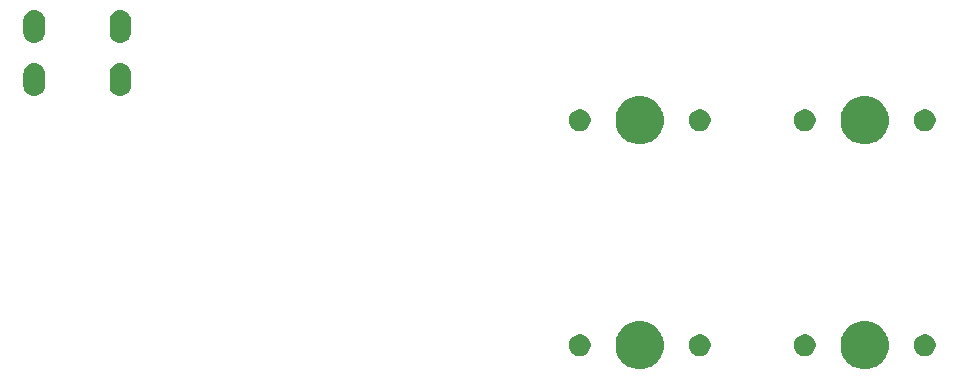
<source format=gts>
G04 #@! TF.GenerationSoftware,KiCad,Pcbnew,(5.1.4)-1*
G04 #@! TF.CreationDate,2023-09-10T14:26:21-07:00*
G04 #@! TF.ProjectId,KeyboardPCBProj,4b657962-6f61-4726-9450-434250726f6a,rev?*
G04 #@! TF.SameCoordinates,Original*
G04 #@! TF.FileFunction,Soldermask,Top*
G04 #@! TF.FilePolarity,Negative*
%FSLAX46Y46*%
G04 Gerber Fmt 4.6, Leading zero omitted, Abs format (unit mm)*
G04 Created by KiCad (PCBNEW (5.1.4)-1) date 2023-09-10 14:26:21*
%MOMM*%
%LPD*%
G04 APERTURE LIST*
%ADD10C,0.100000*%
G04 APERTURE END LIST*
D10*
G36*
X137121474Y-47246184D02*
G01*
X137339474Y-47336483D01*
X137493623Y-47400333D01*
X137828548Y-47624123D01*
X138113377Y-47908952D01*
X138337167Y-48243877D01*
X138369562Y-48322086D01*
X138491316Y-48616026D01*
X138569900Y-49011094D01*
X138569900Y-49413906D01*
X138491316Y-49808974D01*
X138440451Y-49931772D01*
X138337167Y-50181123D01*
X138113377Y-50516048D01*
X137828548Y-50800877D01*
X137493623Y-51024667D01*
X137339474Y-51088517D01*
X137121474Y-51178816D01*
X136726406Y-51257400D01*
X136323594Y-51257400D01*
X135928526Y-51178816D01*
X135710526Y-51088517D01*
X135556377Y-51024667D01*
X135221452Y-50800877D01*
X134936623Y-50516048D01*
X134712833Y-50181123D01*
X134609549Y-49931772D01*
X134558684Y-49808974D01*
X134480100Y-49413906D01*
X134480100Y-49011094D01*
X134558684Y-48616026D01*
X134680438Y-48322086D01*
X134712833Y-48243877D01*
X134936623Y-47908952D01*
X135221452Y-47624123D01*
X135556377Y-47400333D01*
X135710526Y-47336483D01*
X135928526Y-47246184D01*
X136323594Y-47167600D01*
X136726406Y-47167600D01*
X137121474Y-47246184D01*
X137121474Y-47246184D01*
G37*
G36*
X156171474Y-47246184D02*
G01*
X156389474Y-47336483D01*
X156543623Y-47400333D01*
X156878548Y-47624123D01*
X157163377Y-47908952D01*
X157387167Y-48243877D01*
X157419562Y-48322086D01*
X157541316Y-48616026D01*
X157619900Y-49011094D01*
X157619900Y-49413906D01*
X157541316Y-49808974D01*
X157490451Y-49931772D01*
X157387167Y-50181123D01*
X157163377Y-50516048D01*
X156878548Y-50800877D01*
X156543623Y-51024667D01*
X156389474Y-51088517D01*
X156171474Y-51178816D01*
X155776406Y-51257400D01*
X155373594Y-51257400D01*
X154978526Y-51178816D01*
X154760526Y-51088517D01*
X154606377Y-51024667D01*
X154271452Y-50800877D01*
X153986623Y-50516048D01*
X153762833Y-50181123D01*
X153659549Y-49931772D01*
X153608684Y-49808974D01*
X153530100Y-49413906D01*
X153530100Y-49011094D01*
X153608684Y-48616026D01*
X153730438Y-48322086D01*
X153762833Y-48243877D01*
X153986623Y-47908952D01*
X154271452Y-47624123D01*
X154606377Y-47400333D01*
X154760526Y-47336483D01*
X154978526Y-47246184D01*
X155373594Y-47167600D01*
X155776406Y-47167600D01*
X156171474Y-47246184D01*
X156171474Y-47246184D01*
G37*
G36*
X160925104Y-48322085D02*
G01*
X161093626Y-48391889D01*
X161245291Y-48493228D01*
X161374272Y-48622209D01*
X161475611Y-48773874D01*
X161545415Y-48942396D01*
X161581000Y-49121297D01*
X161581000Y-49303703D01*
X161545415Y-49482604D01*
X161475611Y-49651126D01*
X161374272Y-49802791D01*
X161245291Y-49931772D01*
X161093626Y-50033111D01*
X160925104Y-50102915D01*
X160746203Y-50138500D01*
X160563797Y-50138500D01*
X160384896Y-50102915D01*
X160216374Y-50033111D01*
X160064709Y-49931772D01*
X159935728Y-49802791D01*
X159834389Y-49651126D01*
X159764585Y-49482604D01*
X159729000Y-49303703D01*
X159729000Y-49121297D01*
X159764585Y-48942396D01*
X159834389Y-48773874D01*
X159935728Y-48622209D01*
X160064709Y-48493228D01*
X160216374Y-48391889D01*
X160384896Y-48322085D01*
X160563797Y-48286500D01*
X160746203Y-48286500D01*
X160925104Y-48322085D01*
X160925104Y-48322085D01*
G37*
G36*
X150765104Y-48322085D02*
G01*
X150933626Y-48391889D01*
X151085291Y-48493228D01*
X151214272Y-48622209D01*
X151315611Y-48773874D01*
X151385415Y-48942396D01*
X151421000Y-49121297D01*
X151421000Y-49303703D01*
X151385415Y-49482604D01*
X151315611Y-49651126D01*
X151214272Y-49802791D01*
X151085291Y-49931772D01*
X150933626Y-50033111D01*
X150765104Y-50102915D01*
X150586203Y-50138500D01*
X150403797Y-50138500D01*
X150224896Y-50102915D01*
X150056374Y-50033111D01*
X149904709Y-49931772D01*
X149775728Y-49802791D01*
X149674389Y-49651126D01*
X149604585Y-49482604D01*
X149569000Y-49303703D01*
X149569000Y-49121297D01*
X149604585Y-48942396D01*
X149674389Y-48773874D01*
X149775728Y-48622209D01*
X149904709Y-48493228D01*
X150056374Y-48391889D01*
X150224896Y-48322085D01*
X150403797Y-48286500D01*
X150586203Y-48286500D01*
X150765104Y-48322085D01*
X150765104Y-48322085D01*
G37*
G36*
X141875104Y-48322085D02*
G01*
X142043626Y-48391889D01*
X142195291Y-48493228D01*
X142324272Y-48622209D01*
X142425611Y-48773874D01*
X142495415Y-48942396D01*
X142531000Y-49121297D01*
X142531000Y-49303703D01*
X142495415Y-49482604D01*
X142425611Y-49651126D01*
X142324272Y-49802791D01*
X142195291Y-49931772D01*
X142043626Y-50033111D01*
X141875104Y-50102915D01*
X141696203Y-50138500D01*
X141513797Y-50138500D01*
X141334896Y-50102915D01*
X141166374Y-50033111D01*
X141014709Y-49931772D01*
X140885728Y-49802791D01*
X140784389Y-49651126D01*
X140714585Y-49482604D01*
X140679000Y-49303703D01*
X140679000Y-49121297D01*
X140714585Y-48942396D01*
X140784389Y-48773874D01*
X140885728Y-48622209D01*
X141014709Y-48493228D01*
X141166374Y-48391889D01*
X141334896Y-48322085D01*
X141513797Y-48286500D01*
X141696203Y-48286500D01*
X141875104Y-48322085D01*
X141875104Y-48322085D01*
G37*
G36*
X131715104Y-48322085D02*
G01*
X131883626Y-48391889D01*
X132035291Y-48493228D01*
X132164272Y-48622209D01*
X132265611Y-48773874D01*
X132335415Y-48942396D01*
X132371000Y-49121297D01*
X132371000Y-49303703D01*
X132335415Y-49482604D01*
X132265611Y-49651126D01*
X132164272Y-49802791D01*
X132035291Y-49931772D01*
X131883626Y-50033111D01*
X131715104Y-50102915D01*
X131536203Y-50138500D01*
X131353797Y-50138500D01*
X131174896Y-50102915D01*
X131006374Y-50033111D01*
X130854709Y-49931772D01*
X130725728Y-49802791D01*
X130624389Y-49651126D01*
X130554585Y-49482604D01*
X130519000Y-49303703D01*
X130519000Y-49121297D01*
X130554585Y-48942396D01*
X130624389Y-48773874D01*
X130725728Y-48622209D01*
X130854709Y-48493228D01*
X131006374Y-48391889D01*
X131174896Y-48322085D01*
X131353797Y-48286500D01*
X131536203Y-48286500D01*
X131715104Y-48322085D01*
X131715104Y-48322085D01*
G37*
G36*
X137121474Y-28196184D02*
G01*
X137339474Y-28286483D01*
X137493623Y-28350333D01*
X137828548Y-28574123D01*
X138113377Y-28858952D01*
X138337167Y-29193877D01*
X138369562Y-29272086D01*
X138491316Y-29566026D01*
X138569900Y-29961094D01*
X138569900Y-30363906D01*
X138491316Y-30758974D01*
X138440451Y-30881772D01*
X138337167Y-31131123D01*
X138113377Y-31466048D01*
X137828548Y-31750877D01*
X137493623Y-31974667D01*
X137339474Y-32038517D01*
X137121474Y-32128816D01*
X136726406Y-32207400D01*
X136323594Y-32207400D01*
X135928526Y-32128816D01*
X135710526Y-32038517D01*
X135556377Y-31974667D01*
X135221452Y-31750877D01*
X134936623Y-31466048D01*
X134712833Y-31131123D01*
X134609549Y-30881772D01*
X134558684Y-30758974D01*
X134480100Y-30363906D01*
X134480100Y-29961094D01*
X134558684Y-29566026D01*
X134680438Y-29272086D01*
X134712833Y-29193877D01*
X134936623Y-28858952D01*
X135221452Y-28574123D01*
X135556377Y-28350333D01*
X135710526Y-28286483D01*
X135928526Y-28196184D01*
X136323594Y-28117600D01*
X136726406Y-28117600D01*
X137121474Y-28196184D01*
X137121474Y-28196184D01*
G37*
G36*
X156171474Y-28196184D02*
G01*
X156389474Y-28286483D01*
X156543623Y-28350333D01*
X156878548Y-28574123D01*
X157163377Y-28858952D01*
X157387167Y-29193877D01*
X157419562Y-29272086D01*
X157541316Y-29566026D01*
X157619900Y-29961094D01*
X157619900Y-30363906D01*
X157541316Y-30758974D01*
X157490451Y-30881772D01*
X157387167Y-31131123D01*
X157163377Y-31466048D01*
X156878548Y-31750877D01*
X156543623Y-31974667D01*
X156389474Y-32038517D01*
X156171474Y-32128816D01*
X155776406Y-32207400D01*
X155373594Y-32207400D01*
X154978526Y-32128816D01*
X154760526Y-32038517D01*
X154606377Y-31974667D01*
X154271452Y-31750877D01*
X153986623Y-31466048D01*
X153762833Y-31131123D01*
X153659549Y-30881772D01*
X153608684Y-30758974D01*
X153530100Y-30363906D01*
X153530100Y-29961094D01*
X153608684Y-29566026D01*
X153730438Y-29272086D01*
X153762833Y-29193877D01*
X153986623Y-28858952D01*
X154271452Y-28574123D01*
X154606377Y-28350333D01*
X154760526Y-28286483D01*
X154978526Y-28196184D01*
X155373594Y-28117600D01*
X155776406Y-28117600D01*
X156171474Y-28196184D01*
X156171474Y-28196184D01*
G37*
G36*
X141875104Y-29272085D02*
G01*
X142043626Y-29341889D01*
X142195291Y-29443228D01*
X142324272Y-29572209D01*
X142425611Y-29723874D01*
X142495415Y-29892396D01*
X142531000Y-30071297D01*
X142531000Y-30253703D01*
X142495415Y-30432604D01*
X142425611Y-30601126D01*
X142324272Y-30752791D01*
X142195291Y-30881772D01*
X142043626Y-30983111D01*
X141875104Y-31052915D01*
X141696203Y-31088500D01*
X141513797Y-31088500D01*
X141334896Y-31052915D01*
X141166374Y-30983111D01*
X141014709Y-30881772D01*
X140885728Y-30752791D01*
X140784389Y-30601126D01*
X140714585Y-30432604D01*
X140679000Y-30253703D01*
X140679000Y-30071297D01*
X140714585Y-29892396D01*
X140784389Y-29723874D01*
X140885728Y-29572209D01*
X141014709Y-29443228D01*
X141166374Y-29341889D01*
X141334896Y-29272085D01*
X141513797Y-29236500D01*
X141696203Y-29236500D01*
X141875104Y-29272085D01*
X141875104Y-29272085D01*
G37*
G36*
X131715104Y-29272085D02*
G01*
X131883626Y-29341889D01*
X132035291Y-29443228D01*
X132164272Y-29572209D01*
X132265611Y-29723874D01*
X132335415Y-29892396D01*
X132371000Y-30071297D01*
X132371000Y-30253703D01*
X132335415Y-30432604D01*
X132265611Y-30601126D01*
X132164272Y-30752791D01*
X132035291Y-30881772D01*
X131883626Y-30983111D01*
X131715104Y-31052915D01*
X131536203Y-31088500D01*
X131353797Y-31088500D01*
X131174896Y-31052915D01*
X131006374Y-30983111D01*
X130854709Y-30881772D01*
X130725728Y-30752791D01*
X130624389Y-30601126D01*
X130554585Y-30432604D01*
X130519000Y-30253703D01*
X130519000Y-30071297D01*
X130554585Y-29892396D01*
X130624389Y-29723874D01*
X130725728Y-29572209D01*
X130854709Y-29443228D01*
X131006374Y-29341889D01*
X131174896Y-29272085D01*
X131353797Y-29236500D01*
X131536203Y-29236500D01*
X131715104Y-29272085D01*
X131715104Y-29272085D01*
G37*
G36*
X150765104Y-29272085D02*
G01*
X150933626Y-29341889D01*
X151085291Y-29443228D01*
X151214272Y-29572209D01*
X151315611Y-29723874D01*
X151385415Y-29892396D01*
X151421000Y-30071297D01*
X151421000Y-30253703D01*
X151385415Y-30432604D01*
X151315611Y-30601126D01*
X151214272Y-30752791D01*
X151085291Y-30881772D01*
X150933626Y-30983111D01*
X150765104Y-31052915D01*
X150586203Y-31088500D01*
X150403797Y-31088500D01*
X150224896Y-31052915D01*
X150056374Y-30983111D01*
X149904709Y-30881772D01*
X149775728Y-30752791D01*
X149674389Y-30601126D01*
X149604585Y-30432604D01*
X149569000Y-30253703D01*
X149569000Y-30071297D01*
X149604585Y-29892396D01*
X149674389Y-29723874D01*
X149775728Y-29572209D01*
X149904709Y-29443228D01*
X150056374Y-29341889D01*
X150224896Y-29272085D01*
X150403797Y-29236500D01*
X150586203Y-29236500D01*
X150765104Y-29272085D01*
X150765104Y-29272085D01*
G37*
G36*
X160925104Y-29272085D02*
G01*
X161093626Y-29341889D01*
X161245291Y-29443228D01*
X161374272Y-29572209D01*
X161475611Y-29723874D01*
X161545415Y-29892396D01*
X161581000Y-30071297D01*
X161581000Y-30253703D01*
X161545415Y-30432604D01*
X161475611Y-30601126D01*
X161374272Y-30752791D01*
X161245291Y-30881772D01*
X161093626Y-30983111D01*
X160925104Y-31052915D01*
X160746203Y-31088500D01*
X160563797Y-31088500D01*
X160384896Y-31052915D01*
X160216374Y-30983111D01*
X160064709Y-30881772D01*
X159935728Y-30752791D01*
X159834389Y-30601126D01*
X159764585Y-30432604D01*
X159729000Y-30253703D01*
X159729000Y-30071297D01*
X159764585Y-29892396D01*
X159834389Y-29723874D01*
X159935728Y-29572209D01*
X160064709Y-29443228D01*
X160216374Y-29341889D01*
X160384896Y-29272085D01*
X160563797Y-29236500D01*
X160746203Y-29236500D01*
X160925104Y-29272085D01*
X160925104Y-29272085D01*
G37*
G36*
X85426627Y-25337037D02*
G01*
X85596466Y-25388557D01*
X85752991Y-25472222D01*
X85788729Y-25501552D01*
X85890186Y-25584814D01*
X85973448Y-25686271D01*
X86002778Y-25722009D01*
X86086443Y-25878534D01*
X86137963Y-26048373D01*
X86151000Y-26180742D01*
X86151000Y-27269258D01*
X86137963Y-27401627D01*
X86086443Y-27571466D01*
X86002778Y-27727991D01*
X85973448Y-27763729D01*
X85890186Y-27865186D01*
X85752989Y-27977779D01*
X85596467Y-28061442D01*
X85596465Y-28061443D01*
X85426626Y-28112963D01*
X85250000Y-28130359D01*
X85073373Y-28112963D01*
X84903534Y-28061443D01*
X84747009Y-27977778D01*
X84711271Y-27948448D01*
X84609814Y-27865186D01*
X84497221Y-27727989D01*
X84413558Y-27571467D01*
X84413557Y-27571465D01*
X84362037Y-27401626D01*
X84349000Y-27269257D01*
X84349001Y-26180742D01*
X84362038Y-26048373D01*
X84413558Y-25878534D01*
X84497223Y-25722009D01*
X84526553Y-25686271D01*
X84609815Y-25584814D01*
X84711272Y-25501552D01*
X84747010Y-25472222D01*
X84903535Y-25388557D01*
X85073374Y-25337037D01*
X85250000Y-25319641D01*
X85426627Y-25337037D01*
X85426627Y-25337037D01*
G37*
G36*
X92726627Y-25337037D02*
G01*
X92896466Y-25388557D01*
X93052991Y-25472222D01*
X93088729Y-25501552D01*
X93190186Y-25584814D01*
X93273448Y-25686271D01*
X93302778Y-25722009D01*
X93386443Y-25878534D01*
X93437963Y-26048373D01*
X93451000Y-26180742D01*
X93451000Y-27269258D01*
X93437963Y-27401627D01*
X93386443Y-27571466D01*
X93302778Y-27727991D01*
X93273448Y-27763729D01*
X93190186Y-27865186D01*
X93052989Y-27977779D01*
X92896467Y-28061442D01*
X92896465Y-28061443D01*
X92726626Y-28112963D01*
X92550000Y-28130359D01*
X92373373Y-28112963D01*
X92203534Y-28061443D01*
X92047009Y-27977778D01*
X92011271Y-27948448D01*
X91909814Y-27865186D01*
X91797221Y-27727989D01*
X91713558Y-27571467D01*
X91713557Y-27571465D01*
X91662037Y-27401626D01*
X91649000Y-27269257D01*
X91649001Y-26180742D01*
X91662038Y-26048373D01*
X91713558Y-25878534D01*
X91797223Y-25722009D01*
X91826553Y-25686271D01*
X91909815Y-25584814D01*
X92011272Y-25501552D01*
X92047010Y-25472222D01*
X92203535Y-25388557D01*
X92373374Y-25337037D01*
X92550000Y-25319641D01*
X92726627Y-25337037D01*
X92726627Y-25337037D01*
G37*
G36*
X85426627Y-20837037D02*
G01*
X85596466Y-20888557D01*
X85752991Y-20972222D01*
X85788729Y-21001552D01*
X85890186Y-21084814D01*
X85973448Y-21186271D01*
X86002778Y-21222009D01*
X86086443Y-21378534D01*
X86137963Y-21548373D01*
X86151000Y-21680742D01*
X86151000Y-22769258D01*
X86137963Y-22901627D01*
X86086443Y-23071466D01*
X86002778Y-23227991D01*
X85973448Y-23263729D01*
X85890186Y-23365186D01*
X85752989Y-23477779D01*
X85596467Y-23561442D01*
X85596465Y-23561443D01*
X85426626Y-23612963D01*
X85250000Y-23630359D01*
X85073373Y-23612963D01*
X84903534Y-23561443D01*
X84747009Y-23477778D01*
X84711271Y-23448448D01*
X84609814Y-23365186D01*
X84497221Y-23227989D01*
X84413558Y-23071467D01*
X84413557Y-23071465D01*
X84362037Y-22901626D01*
X84349000Y-22769257D01*
X84349001Y-21680742D01*
X84362038Y-21548373D01*
X84413558Y-21378534D01*
X84497223Y-21222009D01*
X84526553Y-21186271D01*
X84609815Y-21084814D01*
X84711272Y-21001552D01*
X84747010Y-20972222D01*
X84903535Y-20888557D01*
X85073374Y-20837037D01*
X85250000Y-20819641D01*
X85426627Y-20837037D01*
X85426627Y-20837037D01*
G37*
G36*
X92726627Y-20837037D02*
G01*
X92896466Y-20888557D01*
X93052991Y-20972222D01*
X93088729Y-21001552D01*
X93190186Y-21084814D01*
X93273448Y-21186271D01*
X93302778Y-21222009D01*
X93386443Y-21378534D01*
X93437963Y-21548373D01*
X93451000Y-21680742D01*
X93451000Y-22769258D01*
X93437963Y-22901627D01*
X93386443Y-23071466D01*
X93302778Y-23227991D01*
X93273448Y-23263729D01*
X93190186Y-23365186D01*
X93052989Y-23477779D01*
X92896467Y-23561442D01*
X92896465Y-23561443D01*
X92726626Y-23612963D01*
X92550000Y-23630359D01*
X92373373Y-23612963D01*
X92203534Y-23561443D01*
X92047009Y-23477778D01*
X92011271Y-23448448D01*
X91909814Y-23365186D01*
X91797221Y-23227989D01*
X91713558Y-23071467D01*
X91713557Y-23071465D01*
X91662037Y-22901626D01*
X91649000Y-22769257D01*
X91649001Y-21680742D01*
X91662038Y-21548373D01*
X91713558Y-21378534D01*
X91797223Y-21222009D01*
X91826553Y-21186271D01*
X91909815Y-21084814D01*
X92011272Y-21001552D01*
X92047010Y-20972222D01*
X92203535Y-20888557D01*
X92373374Y-20837037D01*
X92550000Y-20819641D01*
X92726627Y-20837037D01*
X92726627Y-20837037D01*
G37*
M02*

</source>
